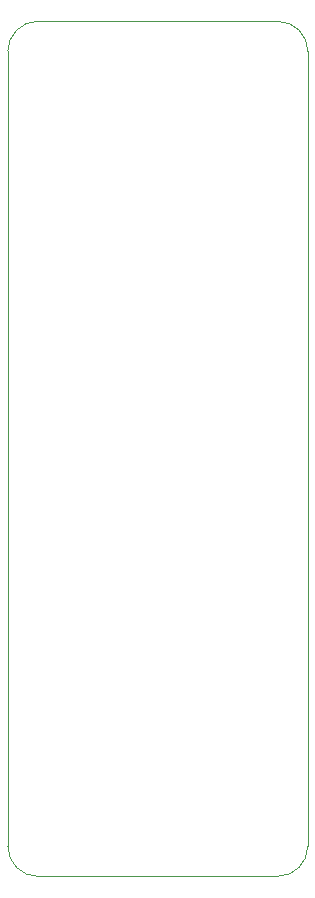
<source format=gm1>
G04 #@! TF.GenerationSoftware,KiCad,Pcbnew,5.1.10-88a1d61d58~88~ubuntu20.04.1*
G04 #@! TF.CreationDate,2021-06-06T20:10:42+02:00*
G04 #@! TF.ProjectId,slave-modbus,736c6176-652d-46d6-9f64-6275732e6b69,rev?*
G04 #@! TF.SameCoordinates,PX3a22d00PY8062360*
G04 #@! TF.FileFunction,Profile,NP*
%FSLAX46Y46*%
G04 Gerber Fmt 4.6, Leading zero omitted, Abs format (unit mm)*
G04 Created by KiCad (PCBNEW 5.1.10-88a1d61d58~88~ubuntu20.04.1) date 2021-06-06 20:10:42*
%MOMM*%
%LPD*%
G01*
G04 APERTURE LIST*
G04 #@! TA.AperFunction,Profile*
%ADD10C,0.050000*%
G04 #@! TD*
G04 APERTURE END LIST*
D10*
X86360000Y-54610000D02*
G75*
G02*
X88900000Y-57150000I0J-2540000D01*
G01*
X88900000Y-124460000D02*
G75*
G02*
X86360000Y-127000000I-2540000J0D01*
G01*
X66040000Y-127000000D02*
G75*
G02*
X63500000Y-124460000I0J2540000D01*
G01*
X63500000Y-57150000D02*
G75*
G02*
X66040000Y-54610000I2540000J0D01*
G01*
X88900000Y-57150000D02*
X88900000Y-124460000D01*
X66040000Y-127000000D02*
X86360000Y-127000000D01*
X66040000Y-54610000D02*
X86360000Y-54610000D01*
X63500000Y-124460000D02*
X63500000Y-57150000D01*
M02*

</source>
